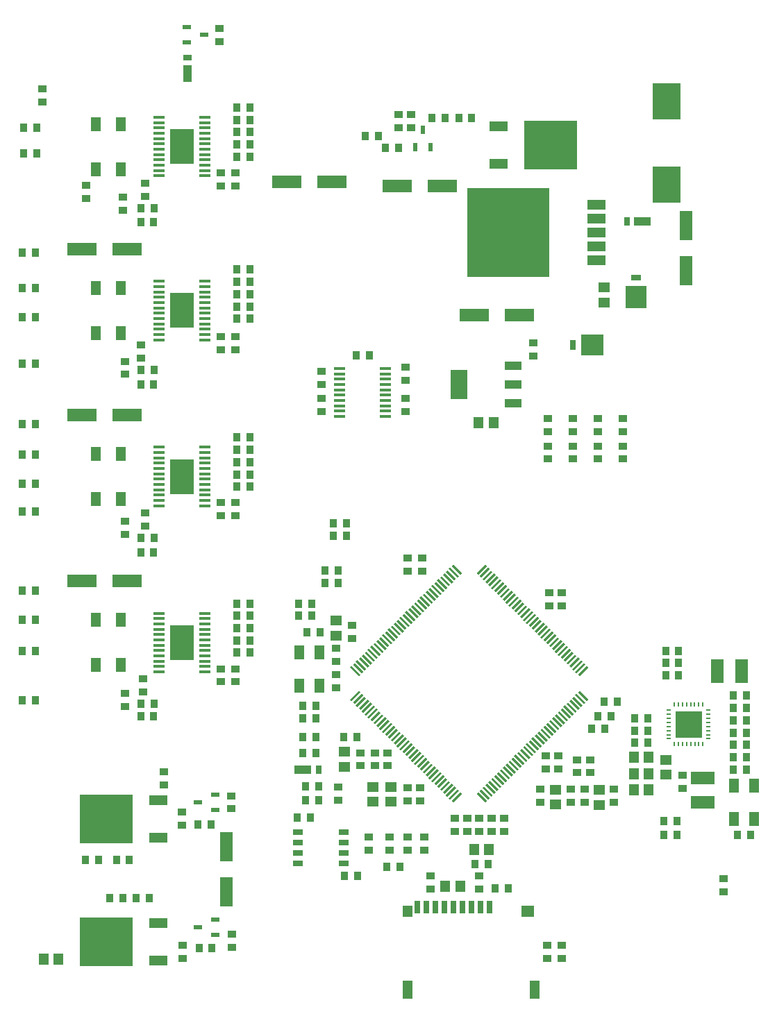
<source format=gtp>
G04 (created by PCBNEW (2013-05-18 BZR 4017)-stable) date Tue 18 Aug 2015 17:11:56 BST*
%MOIN*%
G04 Gerber Fmt 3.4, Leading zero omitted, Abs format*
%FSLAX34Y34*%
G01*
G70*
G90*
G04 APERTURE LIST*
%ADD10C,0.00590551*%
%ADD11R,0.0472X0.0866*%
%ADD12R,0.0472X0.0551*%
%ADD13R,0.063X0.0551*%
%ADD14R,0.0276X0.063*%
%ADD15R,0.0579X0.0165*%
%ADD16R,0.1181X0.1701*%
%ADD17R,0.0394X0.0236*%
%ADD18R,0.0236X0.0394*%
%ADD19R,0.08X0.144*%
%ADD20R,0.08X0.04*%
%ADD21R,0.1417X0.063*%
%ADD22R,0.063X0.1417*%
%ADD23R,0.0374X0.0394*%
%ADD24R,0.0394X0.0374*%
%ADD25R,0.0453X0.0709*%
%ADD26R,0.0453X0.0571*%
%ADD27R,0.0571X0.0453*%
%ADD28R,0.0906X0.0512*%
%ADD29R,0.2559X0.2323*%
%ADD30R,0.1142X0.0591*%
%ADD31R,0.0591X0.1142*%
%ADD32R,0.0787X0.0433*%
%ADD33R,0.0315X0.0433*%
%ADD34R,0.05X0.025*%
%ADD35R,0.0098X0.0236*%
%ADD36R,0.0236X0.0098*%
%ADD37R,0.1299X0.1299*%
%ADD38R,0.1051X0.1*%
%ADD39R,0.03X0.05*%
%ADD40R,0.1X0.1051*%
%ADD41R,0.05X0.03*%
%ADD42R,0.0472X0.0709*%
%ADD43R,0.0433X0.0787*%
%ADD44R,0.0433X0.0315*%
%ADD45R,0.09X0.045*%
%ADD46R,0.3937X0.4252*%
%ADD47R,0.1339X0.1732*%
G04 APERTURE END LIST*
G54D10*
G54D11*
X23030Y2027D03*
X29132Y2027D03*
G54D12*
X23030Y5807D03*
G54D13*
X28778Y5807D03*
G54D14*
X26947Y6004D03*
X26514Y6004D03*
X26081Y6004D03*
X25648Y6004D03*
X25215Y6004D03*
X24782Y6004D03*
X24349Y6004D03*
X23916Y6004D03*
X23483Y6004D03*
G54D15*
X13303Y34515D03*
X13303Y34771D03*
X13303Y35027D03*
X13303Y35283D03*
X11101Y33751D03*
X13303Y33747D03*
X13303Y34003D03*
X13303Y34259D03*
X11099Y35539D03*
X11099Y35283D03*
X11099Y35027D03*
X11099Y34771D03*
X11099Y34515D03*
X11099Y34259D03*
X13303Y35539D03*
X11101Y34003D03*
X13303Y33491D03*
X13303Y35795D03*
X11099Y35795D03*
X11099Y33491D03*
X13303Y33236D03*
X13303Y36050D03*
X11099Y36050D03*
X11099Y33236D03*
G54D16*
X12201Y34643D03*
G54D15*
X13302Y26542D03*
X13302Y26798D03*
X13302Y27054D03*
X13302Y27310D03*
X11100Y25778D03*
X13302Y25774D03*
X13302Y26030D03*
X13302Y26286D03*
X11098Y27566D03*
X11098Y27310D03*
X11098Y27054D03*
X11098Y26798D03*
X11098Y26542D03*
X11098Y26286D03*
X13302Y27566D03*
X11100Y26030D03*
X13302Y25518D03*
X13302Y27822D03*
X11098Y27822D03*
X11098Y25518D03*
X13302Y25263D03*
X13302Y28077D03*
X11098Y28077D03*
X11098Y25263D03*
G54D16*
X12200Y26670D03*
G54D15*
X13302Y18571D03*
X13302Y18827D03*
X13302Y19083D03*
X13302Y19339D03*
X11100Y17807D03*
X13302Y17803D03*
X13302Y18059D03*
X13302Y18315D03*
X11098Y19595D03*
X11098Y19339D03*
X11098Y19083D03*
X11098Y18827D03*
X11098Y18571D03*
X11098Y18315D03*
X13302Y19595D03*
X11100Y18059D03*
X13302Y17547D03*
X13302Y19851D03*
X11098Y19851D03*
X11098Y17547D03*
X13302Y17292D03*
X13302Y20106D03*
X11098Y20106D03*
X11098Y17292D03*
G54D16*
X12200Y18699D03*
G54D15*
X13304Y42391D03*
X13304Y42647D03*
X13304Y42903D03*
X13304Y43159D03*
X11102Y41627D03*
X13304Y41623D03*
X13304Y41879D03*
X13304Y42135D03*
X11100Y43415D03*
X11100Y43159D03*
X11100Y42903D03*
X11100Y42647D03*
X11100Y42391D03*
X11100Y42135D03*
X13304Y43415D03*
X11102Y41879D03*
X13304Y41367D03*
X13304Y43671D03*
X11100Y43671D03*
X11100Y41367D03*
X13304Y41112D03*
X13304Y43926D03*
X11100Y43926D03*
X11100Y41112D03*
G54D16*
X12202Y42519D03*
G54D15*
X19762Y30837D03*
X19762Y30581D03*
X19762Y30325D03*
X19762Y30069D03*
X21964Y31601D03*
X19762Y31605D03*
X19762Y31349D03*
X19762Y31093D03*
X21966Y29813D03*
X21966Y30069D03*
X21966Y30325D03*
X21966Y30581D03*
X21966Y30837D03*
X21966Y31093D03*
X19762Y29813D03*
X21964Y31349D03*
X19762Y31861D03*
X19762Y29557D03*
X21966Y29557D03*
X21966Y31861D03*
G54D17*
X13800Y4645D03*
X12968Y5020D03*
X13800Y5395D03*
X13800Y10649D03*
X12968Y11024D03*
X13800Y11399D03*
G54D18*
X23383Y42478D03*
X23758Y43310D03*
X24133Y42478D03*
G54D19*
X25509Y31106D03*
G54D20*
X28109Y31106D03*
X28109Y32006D03*
X28109Y30206D03*
G54D21*
X17217Y40838D03*
X19383Y40838D03*
X9546Y21654D03*
X7380Y21654D03*
X9546Y37598D03*
X7380Y37598D03*
X9546Y29626D03*
X7380Y29626D03*
G54D22*
X36400Y36555D03*
X36400Y38721D03*
G54D23*
X35411Y18307D03*
X36041Y18307D03*
X39288Y16142D03*
X38658Y16142D03*
X39288Y15551D03*
X38658Y15551D03*
X35411Y17717D03*
X36041Y17717D03*
X35411Y17126D03*
X36041Y17126D03*
X39288Y14370D03*
X38658Y14370D03*
X39288Y14961D03*
X38658Y14961D03*
X33934Y14469D03*
X34564Y14469D03*
X33934Y15059D03*
X34564Y15059D03*
X38658Y13189D03*
X39288Y13189D03*
G54D24*
X22600Y43423D03*
X22600Y44053D03*
X23200Y43423D03*
X23200Y44053D03*
X12202Y9921D03*
X12202Y10551D03*
X18896Y29803D03*
X18896Y30433D03*
G54D23*
X22665Y7938D03*
X22035Y7938D03*
X20096Y23819D03*
X19466Y23819D03*
G54D24*
X19700Y11123D03*
X19700Y11753D03*
G54D23*
X17990Y14173D03*
X18620Y14173D03*
X17990Y13386D03*
X18620Y13386D03*
X39289Y13780D03*
X38659Y13780D03*
X33934Y13878D03*
X34564Y13878D03*
G54D24*
X29722Y4154D03*
X29722Y3524D03*
X30411Y3524D03*
X30411Y4154D03*
G54D23*
X13601Y9942D03*
X12971Y9942D03*
X13640Y4016D03*
X13010Y4016D03*
G54D24*
X12222Y4154D03*
X12222Y3524D03*
X18896Y31713D03*
X18896Y31083D03*
G54D23*
X19703Y21555D03*
X19073Y21555D03*
G54D24*
X31159Y12441D03*
X31159Y13071D03*
G54D23*
X18423Y19980D03*
X17793Y19980D03*
X38856Y9449D03*
X39486Y9449D03*
X39289Y12598D03*
X38659Y12598D03*
X35313Y10138D03*
X35943Y10138D03*
X35313Y9449D03*
X35943Y9449D03*
X19703Y22146D03*
X19073Y22146D03*
X20096Y24409D03*
X19466Y24409D03*
G54D24*
X31789Y12441D03*
X31789Y13071D03*
G54D23*
X18423Y20571D03*
X17793Y20571D03*
G54D24*
X9447Y31575D03*
X9447Y32205D03*
G54D23*
X15470Y35433D03*
X14840Y35433D03*
X14841Y34839D03*
X15471Y34839D03*
X18620Y15650D03*
X17990Y15650D03*
X14840Y34252D03*
X15470Y34252D03*
G54D24*
X14762Y33382D03*
X14762Y32752D03*
G54D23*
X14840Y36024D03*
X15470Y36024D03*
G54D24*
X14073Y32752D03*
X14073Y33382D03*
X9447Y15630D03*
X9447Y16260D03*
G54D23*
X15470Y19390D03*
X14840Y19390D03*
X14839Y18796D03*
X15469Y18796D03*
G54D24*
X21159Y9370D03*
X21159Y8740D03*
G54D23*
X14840Y18209D03*
X15470Y18209D03*
G54D24*
X14760Y17438D03*
X14760Y16808D03*
G54D23*
X14840Y19980D03*
X15470Y19980D03*
G54D24*
X14071Y16808D03*
X14071Y17438D03*
X9348Y39449D03*
X9348Y40079D03*
G54D23*
X15470Y43209D03*
X14840Y43209D03*
X14842Y42617D03*
X15472Y42617D03*
X14840Y42028D03*
X15470Y42028D03*
G54D24*
X14763Y41258D03*
X14763Y40628D03*
G54D23*
X14840Y43799D03*
X15470Y43799D03*
G54D24*
X14074Y40628D03*
X14074Y41258D03*
X9447Y23898D03*
X9447Y24528D03*
G54D23*
X15470Y27362D03*
X14840Y27362D03*
X14840Y26768D03*
X15470Y26768D03*
X14840Y26181D03*
X15470Y26181D03*
G54D24*
X14761Y25410D03*
X14761Y24780D03*
G54D23*
X14840Y27953D03*
X15470Y27953D03*
G54D24*
X14072Y24780D03*
X14072Y25410D03*
X22144Y9370D03*
X22144Y8740D03*
G54D25*
X9250Y41437D03*
X8068Y41437D03*
G54D26*
X33895Y12402D03*
X34603Y12402D03*
X33895Y13189D03*
X34603Y13189D03*
G54D23*
X18135Y11138D03*
X18750Y11138D03*
G54D27*
X35431Y13052D03*
X35431Y12344D03*
G54D26*
X26435Y29248D03*
X27143Y29248D03*
G54D25*
X9250Y25591D03*
X8068Y25591D03*
X9250Y27756D03*
X8068Y27756D03*
X9250Y43602D03*
X8068Y43602D03*
X9250Y33563D03*
X8068Y33563D03*
X9250Y17618D03*
X8068Y17618D03*
X9250Y35728D03*
X8068Y35728D03*
X9250Y19783D03*
X8068Y19783D03*
G54D24*
X22932Y31279D03*
X22932Y31909D03*
G54D28*
X11063Y3431D03*
G54D29*
X8563Y4331D03*
G54D28*
X11063Y5231D03*
X11061Y9336D03*
G54D29*
X8561Y10236D03*
G54D28*
X11061Y11136D03*
X27400Y43488D03*
G54D29*
X29900Y42588D03*
G54D28*
X27400Y41688D03*
G54D23*
X8187Y8268D03*
X7557Y8268D03*
X9985Y6438D03*
X10615Y6438D03*
X24821Y43898D03*
X24191Y43898D03*
X8735Y6438D03*
X9350Y6438D03*
X9663Y8268D03*
X9048Y8268D03*
X26100Y43898D03*
X25485Y43898D03*
G54D24*
X22932Y30432D03*
X22932Y29802D03*
X36218Y12323D03*
X36218Y11693D03*
G54D30*
X37203Y12205D03*
X37203Y11023D03*
G54D31*
X37891Y17323D03*
X39073Y17323D03*
G54D26*
X34604Y11614D03*
X33896Y11614D03*
G54D23*
X10844Y31791D03*
X10214Y31791D03*
X10844Y39567D03*
X10214Y39567D03*
X10844Y15748D03*
X10214Y15748D03*
X10844Y23720D03*
X10214Y23720D03*
X10214Y31102D03*
X10829Y31102D03*
X10214Y38878D03*
X10829Y38878D03*
X10214Y15157D03*
X10829Y15157D03*
X10214Y23031D03*
X10829Y23031D03*
X14840Y28543D03*
X15470Y28543D03*
X14840Y44390D03*
X15470Y44390D03*
X14840Y36614D03*
X15470Y36614D03*
X14840Y20571D03*
X15470Y20571D03*
G54D26*
X25549Y6988D03*
X24841Y6988D03*
G54D32*
X18000Y12588D03*
G54D33*
X18748Y12588D03*
G54D24*
X32911Y11024D03*
X32911Y11654D03*
X30864Y11024D03*
X30864Y11654D03*
G54D23*
X18187Y19193D03*
X18817Y19193D03*
G54D24*
X27655Y10256D03*
X27655Y9626D03*
G54D23*
X26258Y8071D03*
X26888Y8071D03*
G54D24*
X20766Y13406D03*
X20766Y12776D03*
G54D10*
G36*
X25553Y21954D02*
X25135Y22372D01*
X25213Y22450D01*
X25631Y22032D01*
X25553Y21954D01*
X25553Y21954D01*
G37*
G36*
X25414Y21815D02*
X24996Y22232D01*
X25074Y22310D01*
X25492Y21892D01*
X25414Y21815D01*
X25414Y21815D01*
G37*
G36*
X25275Y21675D02*
X24857Y22093D01*
X24935Y22171D01*
X25353Y21753D01*
X25275Y21675D01*
X25275Y21675D01*
G37*
G36*
X25135Y21536D02*
X24718Y21954D01*
X24795Y22032D01*
X25213Y21614D01*
X25135Y21536D01*
X25135Y21536D01*
G37*
G36*
X24996Y21397D02*
X24578Y21815D01*
X24656Y21892D01*
X25074Y21474D01*
X24996Y21397D01*
X24996Y21397D01*
G37*
G36*
X24858Y21258D02*
X24440Y21676D01*
X24517Y21754D01*
X24935Y21336D01*
X24858Y21258D01*
X24858Y21258D01*
G37*
G36*
X24718Y21119D02*
X24300Y21537D01*
X24378Y21614D01*
X24796Y21197D01*
X24718Y21119D01*
X24718Y21119D01*
G37*
G36*
X24579Y20979D02*
X24161Y21397D01*
X24239Y21475D01*
X24657Y21057D01*
X24579Y20979D01*
X24579Y20979D01*
G37*
G36*
X24440Y20840D02*
X24022Y21258D01*
X24100Y21336D01*
X24517Y20918D01*
X24440Y20840D01*
X24440Y20840D01*
G37*
G36*
X24300Y20701D02*
X23882Y21119D01*
X23960Y21197D01*
X24378Y20779D01*
X24300Y20701D01*
X24300Y20701D01*
G37*
G36*
X24161Y20562D02*
X23743Y20979D01*
X23821Y21057D01*
X24239Y20639D01*
X24161Y20562D01*
X24161Y20562D01*
G37*
G36*
X24022Y20423D02*
X23605Y20841D01*
X23682Y20919D01*
X24100Y20501D01*
X24022Y20423D01*
X24022Y20423D01*
G37*
G36*
X23883Y20284D02*
X23465Y20702D01*
X23543Y20779D01*
X23961Y20361D01*
X23883Y20284D01*
X23883Y20284D01*
G37*
G36*
X23744Y20144D02*
X23326Y20562D01*
X23404Y20640D01*
X23822Y20222D01*
X23744Y20144D01*
X23744Y20144D01*
G37*
G36*
X23605Y20005D02*
X23187Y20423D01*
X23264Y20501D01*
X23682Y20083D01*
X23605Y20005D01*
X23605Y20005D01*
G37*
G36*
X23465Y19866D02*
X23047Y20284D01*
X23125Y20361D01*
X23543Y19944D01*
X23465Y19866D01*
X23465Y19866D01*
G37*
G36*
X23326Y19726D02*
X22908Y20144D01*
X22986Y20222D01*
X23404Y19804D01*
X23326Y19726D01*
X23326Y19726D01*
G37*
G36*
X23187Y19587D02*
X22769Y20005D01*
X22847Y20083D01*
X23264Y19665D01*
X23187Y19587D01*
X23187Y19587D01*
G37*
G36*
X23048Y19449D02*
X22630Y19866D01*
X22708Y19944D01*
X23126Y19526D01*
X23048Y19449D01*
X23048Y19449D01*
G37*
G36*
X22909Y19309D02*
X22491Y19727D01*
X22569Y19805D01*
X22987Y19387D01*
X22909Y19309D01*
X22909Y19309D01*
G37*
G36*
X22769Y19170D02*
X22352Y19588D01*
X22429Y19666D01*
X22847Y19248D01*
X22769Y19170D01*
X22769Y19170D01*
G37*
G36*
X22630Y19031D02*
X22212Y19449D01*
X22290Y19526D01*
X22708Y19108D01*
X22630Y19031D01*
X22630Y19031D01*
G37*
G36*
X22491Y18891D02*
X22073Y19309D01*
X22151Y19387D01*
X22569Y18969D01*
X22491Y18891D01*
X22491Y18891D01*
G37*
G36*
X22352Y18752D02*
X21934Y19170D01*
X22011Y19248D01*
X22429Y18830D01*
X22352Y18752D01*
X22352Y18752D01*
G37*
G36*
X22212Y18613D02*
X21794Y19031D01*
X21872Y19108D01*
X22290Y18691D01*
X22212Y18613D01*
X22212Y18613D01*
G37*
G36*
X22074Y18474D02*
X21656Y18892D01*
X21734Y18970D01*
X22151Y18552D01*
X22074Y18474D01*
X22074Y18474D01*
G37*
G36*
X21934Y18335D02*
X21516Y18753D01*
X21594Y18831D01*
X22012Y18413D01*
X21934Y18335D01*
X21934Y18335D01*
G37*
G36*
X21795Y18196D02*
X21377Y18613D01*
X21455Y18691D01*
X21873Y18273D01*
X21795Y18196D01*
X21795Y18196D01*
G37*
G36*
X21656Y18056D02*
X21238Y18474D01*
X21316Y18552D01*
X21734Y18134D01*
X21656Y18056D01*
X21656Y18056D01*
G37*
G36*
X21516Y17917D02*
X21099Y18335D01*
X21176Y18413D01*
X21594Y17995D01*
X21516Y17917D01*
X21516Y17917D01*
G37*
G36*
X21377Y17778D02*
X20959Y18196D01*
X21037Y18273D01*
X21455Y17855D01*
X21377Y17778D01*
X21377Y17778D01*
G37*
G36*
X21239Y17639D02*
X20821Y18057D01*
X20898Y18135D01*
X21316Y17717D01*
X21239Y17639D01*
X21239Y17639D01*
G37*
G36*
X21099Y17500D02*
X20681Y17918D01*
X20759Y17995D01*
X21177Y17578D01*
X21099Y17500D01*
X21099Y17500D01*
G37*
G36*
X20960Y17360D02*
X20542Y17778D01*
X20620Y17856D01*
X21038Y17438D01*
X20960Y17360D01*
X20960Y17360D01*
G37*
G36*
X20821Y17221D02*
X20403Y17639D01*
X20481Y17717D01*
X20898Y17299D01*
X20821Y17221D01*
X20821Y17221D01*
G37*
G36*
X20681Y17082D02*
X20263Y17500D01*
X20341Y17578D01*
X20759Y17160D01*
X20681Y17082D01*
X20681Y17082D01*
G37*
G36*
X26750Y11013D02*
X26332Y11431D01*
X26410Y11509D01*
X26828Y11091D01*
X26750Y11013D01*
X26750Y11013D01*
G37*
G36*
X26889Y11153D02*
X26471Y11571D01*
X26549Y11648D01*
X26967Y11231D01*
X26889Y11153D01*
X26889Y11153D01*
G37*
G36*
X27028Y11292D02*
X26610Y11710D01*
X26688Y11788D01*
X27106Y11370D01*
X27028Y11292D01*
X27028Y11292D01*
G37*
G36*
X27168Y11431D02*
X26750Y11849D01*
X26828Y11927D01*
X27245Y11509D01*
X27168Y11431D01*
X27168Y11431D01*
G37*
G36*
X27307Y11571D02*
X26889Y11989D01*
X26967Y12066D01*
X27385Y11648D01*
X27307Y11571D01*
X27307Y11571D01*
G37*
G36*
X27446Y11709D02*
X27028Y12127D01*
X27105Y12205D01*
X27523Y11787D01*
X27446Y11709D01*
X27446Y11709D01*
G37*
G36*
X27585Y11849D02*
X27167Y12266D01*
X27245Y12344D01*
X27663Y11926D01*
X27585Y11849D01*
X27585Y11849D01*
G37*
G36*
X27724Y11988D02*
X27306Y12406D01*
X27384Y12484D01*
X27802Y12066D01*
X27724Y11988D01*
X27724Y11988D01*
G37*
G36*
X27863Y12127D02*
X27446Y12545D01*
X27523Y12623D01*
X27941Y12205D01*
X27863Y12127D01*
X27863Y12127D01*
G37*
G36*
X28003Y12266D02*
X27585Y12684D01*
X27663Y12762D01*
X28081Y12344D01*
X28003Y12266D01*
X28003Y12266D01*
G37*
G36*
X28142Y12406D02*
X27724Y12824D01*
X27802Y12901D01*
X28220Y12484D01*
X28142Y12406D01*
X28142Y12406D01*
G37*
G36*
X28281Y12544D02*
X27863Y12962D01*
X27941Y13040D01*
X28358Y12622D01*
X28281Y12544D01*
X28281Y12544D01*
G37*
G36*
X28420Y12684D02*
X28002Y13102D01*
X28080Y13179D01*
X28498Y12761D01*
X28420Y12684D01*
X28420Y12684D01*
G37*
G36*
X28559Y12823D02*
X28141Y13241D01*
X28219Y13319D01*
X28637Y12901D01*
X28559Y12823D01*
X28559Y12823D01*
G37*
G36*
X28699Y12962D02*
X28281Y13380D01*
X28358Y13458D01*
X28776Y13040D01*
X28699Y12962D01*
X28699Y12962D01*
G37*
G36*
X28838Y13102D02*
X28420Y13519D01*
X28498Y13597D01*
X28916Y13179D01*
X28838Y13102D01*
X28838Y13102D01*
G37*
G36*
X28977Y13241D02*
X28559Y13659D01*
X28637Y13737D01*
X29055Y13319D01*
X28977Y13241D01*
X28977Y13241D01*
G37*
G36*
X29116Y13380D02*
X28699Y13798D01*
X28776Y13876D01*
X29194Y13458D01*
X29116Y13380D01*
X29116Y13380D01*
G37*
G36*
X29255Y13519D02*
X28837Y13937D01*
X28915Y14014D01*
X29333Y13597D01*
X29255Y13519D01*
X29255Y13519D01*
G37*
G36*
X29394Y13658D02*
X28976Y14076D01*
X29054Y14154D01*
X29472Y13736D01*
X29394Y13658D01*
X29394Y13658D01*
G37*
G36*
X29534Y13797D02*
X29116Y14215D01*
X29194Y14293D01*
X29611Y13875D01*
X29534Y13797D01*
X29534Y13797D01*
G37*
G36*
X29673Y13937D02*
X29255Y14355D01*
X29333Y14432D01*
X29751Y14014D01*
X29673Y13937D01*
X29673Y13937D01*
G37*
G36*
X29812Y14076D02*
X29394Y14494D01*
X29472Y14572D01*
X29890Y14154D01*
X29812Y14076D01*
X29812Y14076D01*
G37*
G36*
X29952Y14215D02*
X29534Y14633D01*
X29611Y14711D01*
X30029Y14293D01*
X29952Y14215D01*
X29952Y14215D01*
G37*
G36*
X30091Y14355D02*
X29673Y14772D01*
X29751Y14850D01*
X30169Y14432D01*
X30091Y14355D01*
X30091Y14355D01*
G37*
G36*
X30229Y14493D02*
X29812Y14911D01*
X29889Y14989D01*
X30307Y14571D01*
X30229Y14493D01*
X30229Y14493D01*
G37*
G36*
X30369Y14632D02*
X29951Y15050D01*
X30029Y15128D01*
X30447Y14710D01*
X30369Y14632D01*
X30369Y14632D01*
G37*
G36*
X30508Y14772D02*
X30090Y15190D01*
X30168Y15267D01*
X30586Y14850D01*
X30508Y14772D01*
X30508Y14772D01*
G37*
G36*
X30647Y14911D02*
X30229Y15329D01*
X30307Y15407D01*
X30725Y14989D01*
X30647Y14911D01*
X30647Y14911D01*
G37*
G36*
X30787Y15050D02*
X30369Y15468D01*
X30447Y15546D01*
X30864Y15128D01*
X30787Y15050D01*
X30787Y15050D01*
G37*
G36*
X30926Y15190D02*
X30508Y15608D01*
X30586Y15685D01*
X31004Y15267D01*
X30926Y15190D01*
X30926Y15190D01*
G37*
G36*
X31065Y15328D02*
X30647Y15746D01*
X30724Y15824D01*
X31142Y15406D01*
X31065Y15328D01*
X31065Y15328D01*
G37*
G36*
X31204Y15468D02*
X30786Y15885D01*
X30864Y15963D01*
X31282Y15545D01*
X31204Y15468D01*
X31204Y15468D01*
G37*
G36*
X31343Y15607D02*
X30925Y16025D01*
X31003Y16103D01*
X31421Y15685D01*
X31343Y15607D01*
X31343Y15607D01*
G37*
G36*
X31482Y15746D02*
X31065Y16164D01*
X31142Y16242D01*
X31560Y15824D01*
X31482Y15746D01*
X31482Y15746D01*
G37*
G36*
X31622Y15885D02*
X31204Y16303D01*
X31282Y16381D01*
X31700Y15963D01*
X31622Y15885D01*
X31622Y15885D01*
G37*
G36*
X20341Y15885D02*
X20263Y15963D01*
X20681Y16381D01*
X20759Y16303D01*
X20341Y15885D01*
X20341Y15885D01*
G37*
G36*
X20481Y15746D02*
X20403Y15824D01*
X20821Y16242D01*
X20898Y16164D01*
X20481Y15746D01*
X20481Y15746D01*
G37*
G36*
X20620Y15607D02*
X20542Y15685D01*
X20960Y16103D01*
X21038Y16025D01*
X20620Y15607D01*
X20620Y15607D01*
G37*
G36*
X20759Y15468D02*
X20681Y15545D01*
X21099Y15963D01*
X21177Y15885D01*
X20759Y15468D01*
X20759Y15468D01*
G37*
G36*
X20898Y15328D02*
X20821Y15406D01*
X21239Y15824D01*
X21316Y15746D01*
X20898Y15328D01*
X20898Y15328D01*
G37*
G36*
X21037Y15190D02*
X20959Y15267D01*
X21377Y15685D01*
X21455Y15608D01*
X21037Y15190D01*
X21037Y15190D01*
G37*
G36*
X21176Y15050D02*
X21099Y15128D01*
X21516Y15546D01*
X21594Y15468D01*
X21176Y15050D01*
X21176Y15050D01*
G37*
G36*
X21316Y14911D02*
X21238Y14989D01*
X21656Y15407D01*
X21734Y15329D01*
X21316Y14911D01*
X21316Y14911D01*
G37*
G36*
X21455Y14772D02*
X21377Y14850D01*
X21795Y15267D01*
X21873Y15190D01*
X21455Y14772D01*
X21455Y14772D01*
G37*
G36*
X21594Y14632D02*
X21516Y14710D01*
X21934Y15128D01*
X22012Y15050D01*
X21594Y14632D01*
X21594Y14632D01*
G37*
G36*
X21734Y14493D02*
X21656Y14571D01*
X22074Y14989D01*
X22151Y14911D01*
X21734Y14493D01*
X21734Y14493D01*
G37*
G36*
X21872Y14355D02*
X21794Y14432D01*
X22212Y14850D01*
X22290Y14772D01*
X21872Y14355D01*
X21872Y14355D01*
G37*
G36*
X22011Y14215D02*
X21934Y14293D01*
X22352Y14711D01*
X22429Y14633D01*
X22011Y14215D01*
X22011Y14215D01*
G37*
G36*
X22151Y14076D02*
X22073Y14154D01*
X22491Y14572D01*
X22569Y14494D01*
X22151Y14076D01*
X22151Y14076D01*
G37*
G36*
X22290Y13937D02*
X22212Y14014D01*
X22630Y14432D01*
X22708Y14355D01*
X22290Y13937D01*
X22290Y13937D01*
G37*
G36*
X22429Y13797D02*
X22352Y13875D01*
X22769Y14293D01*
X22847Y14215D01*
X22429Y13797D01*
X22429Y13797D01*
G37*
G36*
X22569Y13658D02*
X22491Y13736D01*
X22909Y14154D01*
X22987Y14076D01*
X22569Y13658D01*
X22569Y13658D01*
G37*
G36*
X22708Y13519D02*
X22630Y13597D01*
X23048Y14014D01*
X23126Y13937D01*
X22708Y13519D01*
X22708Y13519D01*
G37*
G36*
X22847Y13380D02*
X22769Y13458D01*
X23187Y13876D01*
X23264Y13798D01*
X22847Y13380D01*
X22847Y13380D01*
G37*
G36*
X22986Y13241D02*
X22908Y13319D01*
X23326Y13737D01*
X23404Y13659D01*
X22986Y13241D01*
X22986Y13241D01*
G37*
G36*
X23125Y13102D02*
X23047Y13179D01*
X23465Y13597D01*
X23543Y13519D01*
X23125Y13102D01*
X23125Y13102D01*
G37*
G36*
X23264Y12962D02*
X23187Y13040D01*
X23605Y13458D01*
X23682Y13380D01*
X23264Y12962D01*
X23264Y12962D01*
G37*
G36*
X23404Y12823D02*
X23326Y12901D01*
X23744Y13319D01*
X23822Y13241D01*
X23404Y12823D01*
X23404Y12823D01*
G37*
G36*
X23543Y12684D02*
X23465Y12761D01*
X23883Y13179D01*
X23961Y13102D01*
X23543Y12684D01*
X23543Y12684D01*
G37*
G36*
X23682Y12544D02*
X23605Y12622D01*
X24022Y13040D01*
X24100Y12962D01*
X23682Y12544D01*
X23682Y12544D01*
G37*
G36*
X23821Y12406D02*
X23743Y12484D01*
X24161Y12901D01*
X24239Y12824D01*
X23821Y12406D01*
X23821Y12406D01*
G37*
G36*
X23960Y12266D02*
X23882Y12344D01*
X24300Y12762D01*
X24378Y12684D01*
X23960Y12266D01*
X23960Y12266D01*
G37*
G36*
X24100Y12127D02*
X24022Y12205D01*
X24440Y12623D01*
X24517Y12545D01*
X24100Y12127D01*
X24100Y12127D01*
G37*
G36*
X24239Y11988D02*
X24161Y12066D01*
X24579Y12484D01*
X24657Y12406D01*
X24239Y11988D01*
X24239Y11988D01*
G37*
G36*
X24378Y11849D02*
X24300Y11926D01*
X24718Y12344D01*
X24796Y12266D01*
X24378Y11849D01*
X24378Y11849D01*
G37*
G36*
X24517Y11709D02*
X24440Y11787D01*
X24858Y12205D01*
X24935Y12127D01*
X24517Y11709D01*
X24517Y11709D01*
G37*
G36*
X24656Y11571D02*
X24578Y11648D01*
X24996Y12066D01*
X25074Y11989D01*
X24656Y11571D01*
X24656Y11571D01*
G37*
G36*
X24795Y11431D02*
X24718Y11509D01*
X25135Y11927D01*
X25213Y11849D01*
X24795Y11431D01*
X24795Y11431D01*
G37*
G36*
X24935Y11292D02*
X24857Y11370D01*
X25275Y11788D01*
X25353Y11710D01*
X24935Y11292D01*
X24935Y11292D01*
G37*
G36*
X25074Y11153D02*
X24996Y11231D01*
X25414Y11648D01*
X25492Y11571D01*
X25074Y11153D01*
X25074Y11153D01*
G37*
G36*
X25213Y11013D02*
X25135Y11091D01*
X25553Y11509D01*
X25631Y11431D01*
X25213Y11013D01*
X25213Y11013D01*
G37*
G36*
X31282Y17082D02*
X31204Y17160D01*
X31622Y17578D01*
X31700Y17500D01*
X31282Y17082D01*
X31282Y17082D01*
G37*
G36*
X31142Y17221D02*
X31065Y17299D01*
X31482Y17717D01*
X31560Y17639D01*
X31142Y17221D01*
X31142Y17221D01*
G37*
G36*
X31003Y17360D02*
X30925Y17438D01*
X31343Y17856D01*
X31421Y17778D01*
X31003Y17360D01*
X31003Y17360D01*
G37*
G36*
X30864Y17500D02*
X30786Y17578D01*
X31204Y17995D01*
X31282Y17918D01*
X30864Y17500D01*
X30864Y17500D01*
G37*
G36*
X30724Y17639D02*
X30647Y17717D01*
X31065Y18135D01*
X31142Y18057D01*
X30724Y17639D01*
X30724Y17639D01*
G37*
G36*
X30586Y17778D02*
X30508Y17855D01*
X30926Y18273D01*
X31004Y18196D01*
X30586Y17778D01*
X30586Y17778D01*
G37*
G36*
X30447Y17917D02*
X30369Y17995D01*
X30787Y18413D01*
X30864Y18335D01*
X30447Y17917D01*
X30447Y17917D01*
G37*
G36*
X30307Y18056D02*
X30229Y18134D01*
X30647Y18552D01*
X30725Y18474D01*
X30307Y18056D01*
X30307Y18056D01*
G37*
G36*
X30168Y18196D02*
X30090Y18273D01*
X30508Y18691D01*
X30586Y18613D01*
X30168Y18196D01*
X30168Y18196D01*
G37*
G36*
X30029Y18335D02*
X29951Y18413D01*
X30369Y18831D01*
X30447Y18753D01*
X30029Y18335D01*
X30029Y18335D01*
G37*
G36*
X29889Y18474D02*
X29812Y18552D01*
X30229Y18970D01*
X30307Y18892D01*
X29889Y18474D01*
X29889Y18474D01*
G37*
G36*
X29751Y18613D02*
X29673Y18691D01*
X30091Y19108D01*
X30169Y19031D01*
X29751Y18613D01*
X29751Y18613D01*
G37*
G36*
X29611Y18752D02*
X29534Y18830D01*
X29952Y19248D01*
X30029Y19170D01*
X29611Y18752D01*
X29611Y18752D01*
G37*
G36*
X29472Y18891D02*
X29394Y18969D01*
X29812Y19387D01*
X29890Y19309D01*
X29472Y18891D01*
X29472Y18891D01*
G37*
G36*
X29333Y19031D02*
X29255Y19108D01*
X29673Y19526D01*
X29751Y19449D01*
X29333Y19031D01*
X29333Y19031D01*
G37*
G36*
X29194Y19170D02*
X29116Y19248D01*
X29534Y19666D01*
X29611Y19588D01*
X29194Y19170D01*
X29194Y19170D01*
G37*
G36*
X29054Y19309D02*
X28976Y19387D01*
X29394Y19805D01*
X29472Y19727D01*
X29054Y19309D01*
X29054Y19309D01*
G37*
G36*
X28915Y19449D02*
X28837Y19526D01*
X29255Y19944D01*
X29333Y19866D01*
X28915Y19449D01*
X28915Y19449D01*
G37*
G36*
X28776Y19587D02*
X28699Y19665D01*
X29116Y20083D01*
X29194Y20005D01*
X28776Y19587D01*
X28776Y19587D01*
G37*
G36*
X28637Y19726D02*
X28559Y19804D01*
X28977Y20222D01*
X29055Y20144D01*
X28637Y19726D01*
X28637Y19726D01*
G37*
G36*
X28498Y19866D02*
X28420Y19944D01*
X28838Y20361D01*
X28916Y20284D01*
X28498Y19866D01*
X28498Y19866D01*
G37*
G36*
X28358Y20005D02*
X28281Y20083D01*
X28699Y20501D01*
X28776Y20423D01*
X28358Y20005D01*
X28358Y20005D01*
G37*
G36*
X28219Y20144D02*
X28141Y20222D01*
X28559Y20640D01*
X28637Y20562D01*
X28219Y20144D01*
X28219Y20144D01*
G37*
G36*
X28080Y20284D02*
X28002Y20361D01*
X28420Y20779D01*
X28498Y20702D01*
X28080Y20284D01*
X28080Y20284D01*
G37*
G36*
X27941Y20423D02*
X27863Y20501D01*
X28281Y20919D01*
X28358Y20841D01*
X27941Y20423D01*
X27941Y20423D01*
G37*
G36*
X27802Y20562D02*
X27724Y20639D01*
X28142Y21057D01*
X28220Y20979D01*
X27802Y20562D01*
X27802Y20562D01*
G37*
G36*
X27663Y20701D02*
X27585Y20779D01*
X28003Y21197D01*
X28081Y21119D01*
X27663Y20701D01*
X27663Y20701D01*
G37*
G36*
X27523Y20840D02*
X27446Y20918D01*
X27863Y21336D01*
X27941Y21258D01*
X27523Y20840D01*
X27523Y20840D01*
G37*
G36*
X27384Y20979D02*
X27306Y21057D01*
X27724Y21475D01*
X27802Y21397D01*
X27384Y20979D01*
X27384Y20979D01*
G37*
G36*
X27245Y21119D02*
X27167Y21197D01*
X27585Y21614D01*
X27663Y21537D01*
X27245Y21119D01*
X27245Y21119D01*
G37*
G36*
X27105Y21258D02*
X27028Y21336D01*
X27446Y21754D01*
X27523Y21676D01*
X27105Y21258D01*
X27105Y21258D01*
G37*
G36*
X26967Y21397D02*
X26889Y21474D01*
X27307Y21892D01*
X27385Y21815D01*
X26967Y21397D01*
X26967Y21397D01*
G37*
G36*
X26828Y21536D02*
X26750Y21614D01*
X27168Y22032D01*
X27245Y21954D01*
X26828Y21536D01*
X26828Y21536D01*
G37*
G36*
X26688Y21675D02*
X26610Y21753D01*
X27028Y22171D01*
X27106Y22093D01*
X26688Y21675D01*
X26688Y21675D01*
G37*
G36*
X26549Y21815D02*
X26471Y21892D01*
X26889Y22310D01*
X26967Y22232D01*
X26549Y21815D01*
X26549Y21815D01*
G37*
G36*
X26410Y21954D02*
X26332Y22032D01*
X26750Y22450D01*
X26828Y22372D01*
X26410Y21954D01*
X26410Y21954D01*
G37*
G54D27*
X21356Y11771D03*
X21356Y11063D03*
X19585Y19036D03*
X19585Y19744D03*
G54D26*
X26219Y8760D03*
X26927Y8760D03*
G54D27*
X19978Y13445D03*
X19978Y12737D03*
X30116Y11634D03*
X30116Y10926D03*
X32222Y11614D03*
X32222Y10906D03*
G54D23*
X31868Y14567D03*
X32498Y14567D03*
X18765Y11788D03*
X18135Y11788D03*
G54D24*
X19585Y17795D03*
X19585Y18425D03*
X19585Y17146D03*
X19585Y16516D03*
X23620Y11732D03*
X23620Y11102D03*
G54D23*
X32163Y15157D03*
X32793Y15157D03*
G54D24*
X29821Y20453D03*
X29821Y21083D03*
X30411Y20453D03*
X30411Y21083D03*
X21455Y13406D03*
X21455Y12776D03*
X23029Y11732D03*
X23029Y11102D03*
X22045Y13406D03*
X22045Y12776D03*
X20372Y18878D03*
X20372Y19508D03*
X23029Y22126D03*
X23029Y22756D03*
G54D23*
X18620Y15059D03*
X17990Y15059D03*
G54D24*
X27065Y10256D03*
X27065Y9626D03*
X23029Y9370D03*
X23029Y8740D03*
X25884Y10256D03*
X25884Y9626D03*
X23718Y22126D03*
X23718Y22756D03*
G54D23*
X20588Y14173D03*
X19958Y14173D03*
G54D24*
X26474Y9626D03*
X26474Y10256D03*
G54D27*
X22242Y11771D03*
X22242Y11063D03*
G54D23*
X20550Y32480D03*
X21180Y32480D03*
G54D34*
X19950Y8088D03*
X19950Y8588D03*
X19950Y9088D03*
X19950Y9588D03*
X17750Y9588D03*
X17750Y9088D03*
X17750Y8588D03*
X17750Y8088D03*
G54D23*
X20615Y7488D03*
X19985Y7488D03*
X17735Y10288D03*
X18365Y10288D03*
G54D24*
X14000Y48203D03*
X14000Y47573D03*
G54D35*
X35826Y13820D03*
X36023Y13820D03*
X36220Y13820D03*
X36417Y13820D03*
X36613Y13820D03*
X36810Y13820D03*
X37007Y13820D03*
X37204Y13820D03*
G54D36*
X37460Y14862D03*
X37460Y15058D03*
X37460Y15255D03*
X37460Y15452D03*
G54D37*
X36514Y14764D03*
G54D36*
X37460Y14075D03*
X37460Y14272D03*
X37460Y14469D03*
X37460Y14665D03*
G54D35*
X37202Y15708D03*
X37005Y15709D03*
X36809Y15709D03*
X36612Y15709D03*
X36415Y15709D03*
X36218Y15709D03*
X36021Y15709D03*
X35824Y15709D03*
G54D36*
X35569Y15453D03*
X35569Y15256D03*
X35569Y15059D03*
X35569Y14863D03*
X35569Y14666D03*
X35569Y14469D03*
X35569Y14272D03*
X35569Y14075D03*
G54D23*
X5165Y29188D03*
X4535Y29188D03*
G54D38*
X31900Y32988D03*
G54D39*
X30974Y32988D03*
G54D40*
X34000Y35288D03*
G54D41*
X34000Y36214D03*
G54D24*
X10234Y32362D03*
X10234Y32992D03*
X10431Y40138D03*
X10431Y40768D03*
X10333Y16319D03*
X10333Y16949D03*
X10431Y24291D03*
X10431Y24921D03*
G54D42*
X38699Y11811D03*
X38699Y10237D03*
X39643Y10237D03*
X39643Y11811D03*
X18777Y16634D03*
X18777Y18208D03*
X17833Y18208D03*
X17833Y16634D03*
G54D24*
X25293Y10256D03*
X25293Y9626D03*
X23817Y9370D03*
X23817Y8740D03*
G54D23*
X27242Y6890D03*
X27872Y6890D03*
G54D24*
X26474Y6870D03*
X26474Y7500D03*
G54D23*
X32458Y15846D03*
X33088Y15846D03*
G54D24*
X24112Y6870D03*
X24112Y7500D03*
G54D17*
X12434Y48263D03*
X13266Y47888D03*
X12434Y47513D03*
G54D23*
X22596Y42441D03*
X21966Y42441D03*
G54D24*
X14565Y10709D03*
X14565Y11339D03*
X14604Y4055D03*
X14604Y4685D03*
X38187Y6732D03*
X38187Y7362D03*
X31514Y11024D03*
X31514Y11654D03*
X29407Y11024D03*
X29407Y11654D03*
G54D21*
X22517Y40638D03*
X24683Y40638D03*
G54D22*
X14329Y8898D03*
X14329Y6732D03*
G54D23*
X5165Y34338D03*
X4535Y34338D03*
X5215Y42188D03*
X4585Y42188D03*
G54D24*
X7600Y40023D03*
X7600Y40653D03*
G54D23*
X5165Y37438D03*
X4535Y37438D03*
X4535Y35738D03*
X5165Y35738D03*
X21615Y43038D03*
X20985Y43038D03*
X4535Y32088D03*
X5165Y32088D03*
X5165Y21188D03*
X4535Y21188D03*
X4535Y19788D03*
X5165Y19788D03*
X5165Y18288D03*
X4535Y18288D03*
X4535Y15938D03*
X5165Y15938D03*
X4585Y43438D03*
X5215Y43438D03*
G54D24*
X30273Y12618D03*
X30273Y13248D03*
X29050Y33103D03*
X29050Y32473D03*
X11333Y12480D03*
X11333Y11850D03*
G54D27*
X32450Y35034D03*
X32450Y35742D03*
G54D23*
X4535Y27738D03*
X5165Y27738D03*
X5165Y26338D03*
X4535Y26338D03*
X4535Y24988D03*
X5165Y24988D03*
G54D24*
X5500Y44673D03*
X5500Y45303D03*
X29644Y13248D03*
X29644Y12618D03*
G54D26*
X6254Y3488D03*
X5546Y3488D03*
G54D24*
X29750Y28823D03*
X29750Y29453D03*
X30950Y28823D03*
X30950Y29453D03*
X32150Y28823D03*
X32150Y29453D03*
X29750Y27523D03*
X29750Y28138D03*
X30950Y27523D03*
X30950Y28138D03*
X32153Y27523D03*
X32153Y28138D03*
X33350Y27523D03*
X33350Y28138D03*
X33350Y29453D03*
X33350Y28838D03*
G54D43*
X12450Y46038D03*
G54D44*
X12450Y46786D03*
G54D32*
X34300Y38938D03*
G54D33*
X33552Y38938D03*
G54D45*
X32100Y37719D03*
G54D46*
X27850Y38388D03*
G54D45*
X32100Y39057D03*
X32100Y37049D03*
X32100Y38388D03*
X32100Y39727D03*
G54D47*
X35450Y40680D03*
X35450Y44696D03*
G54D21*
X28383Y34438D03*
X26217Y34438D03*
M02*

</source>
